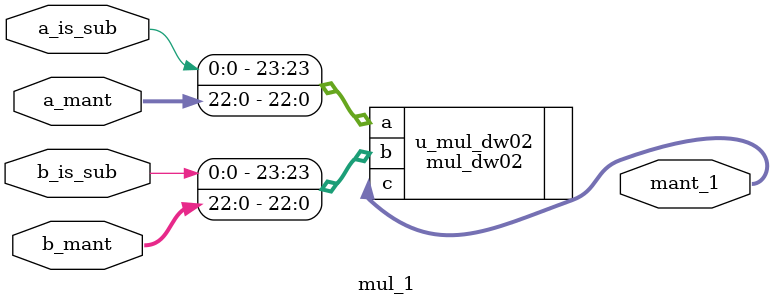
<source format=sv>
module mul_1 #(
    parameter int unsigned SIGN_W = 1,
    parameter int unsigned EXPO_W = 8,
    parameter int unsigned MANT_W = 23
)(

    input  logic                     a_is_sub,
    input  logic                     b_is_sub,
    input  logic [MANT_W - 1 : 0]    a_mant  ,
    input  logic [MANT_W - 1 : 0]    b_mant  ,
    output logic [2*MANT_W + 1 : 0]  mant_1  
);
mul_dw02 #(
    .width(MANT_W+1)
)u_mul_dw02(
    .a({a_is_sub,a_mant})   ,
    .b({b_is_sub,b_mant})   ,
    .c(mant_1)   
);
// assign mant_1   = {a_is_sub,a_mant} * {b_is_sub,b_mant}            ;
endmodule
</source>
